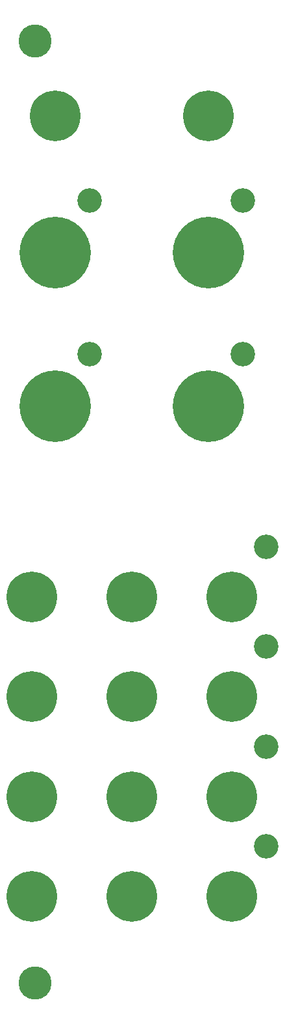
<source format=gts>
G75*
%MOIN*%
%OFA0B0*%
%FSLAX24Y24*%
%IPPOS*%
%LPD*%
%AMOC8*
5,1,8,0,0,1.08239X$1,22.5*
%
%ADD10C,0.2599*%
%ADD11C,0.3662*%
%ADD12C,0.1260*%
%ADD13C,0.1700*%
D10*
X002965Y005760D03*
X002965Y010878D03*
X002965Y015996D03*
X002965Y021115D03*
X008083Y021115D03*
X008083Y015996D03*
X008083Y010878D03*
X008083Y005760D03*
X013201Y005760D03*
X013201Y010878D03*
X013201Y015996D03*
X013201Y021115D03*
X012020Y045721D03*
X004146Y045721D03*
D11*
X004146Y038733D03*
X004146Y030859D03*
X012020Y030859D03*
X012020Y038733D03*
D12*
X013792Y041390D03*
X013792Y033516D03*
X014973Y023674D03*
X014973Y018556D03*
X014973Y013437D03*
X014973Y008319D03*
X005918Y033516D03*
X005918Y041390D03*
D13*
X003103Y049559D03*
X003103Y001331D03*
M02*

</source>
